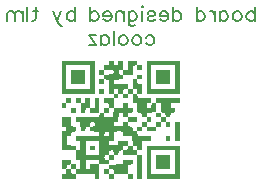
<source format=gbo>
G04 Layer: BottomSilkscreenLayer*
G04 EasyEDA v6.5.9, 2022-07-29 16:18:05*
G04 6a4c66b5a8f34d0fa7dc8df532b4a6e8,9fc4434aafee4760887af2be40c81ba0,10*
G04 Gerber Generator version 0.2*
G04 Scale: 100 percent, Rotated: No, Reflected: No *
G04 Dimensions in millimeters *
G04 leading zeros omitted , absolute positions ,4 integer and 5 decimal *
%FSLAX45Y45*%
%MOMM*%

%ADD10C,0.2032*%

%LPD*%
G36*
X1343761Y3649116D02*
G01*
X1342390Y3630218D01*
X1341272Y3619296D01*
X1338783Y3613556D01*
X1333042Y3611067D01*
X1322120Y3609949D01*
X1303274Y3608578D01*
X1303274Y3569106D01*
X1263243Y3569106D01*
X1263243Y3529126D01*
X1303274Y3529126D01*
X1303274Y3569106D01*
X1350670Y3569055D01*
X1365351Y3568496D01*
X1370736Y3567785D01*
X1375003Y3566769D01*
X1378254Y3565296D01*
X1380591Y3563365D01*
X1382115Y3560876D01*
X1382928Y3557727D01*
X1383182Y3553917D01*
X1383030Y3549345D01*
X1381048Y3531311D01*
X1303274Y3528771D01*
X1303274Y3489604D01*
X1341018Y3486912D01*
X1343507Y3369106D01*
X1382725Y3369106D01*
X1384096Y3388004D01*
X1385163Y3398926D01*
X1387551Y3404514D01*
X1392986Y3406597D01*
X1403248Y3406901D01*
X1413510Y3406597D01*
X1418945Y3404514D01*
X1421333Y3398926D01*
X1422400Y3388004D01*
X1423771Y3369106D01*
X1462735Y3369106D01*
X1464106Y3388004D01*
X1465224Y3398926D01*
X1467713Y3404666D01*
X1473454Y3407156D01*
X1484376Y3408273D01*
X1503222Y3409645D01*
X1503222Y3448862D01*
X1385468Y3451351D01*
X1385468Y3486912D01*
X1463243Y3489451D01*
X1463243Y3528618D01*
X1444345Y3529990D01*
X1433474Y3531057D01*
X1427835Y3533394D01*
X1425752Y3538829D01*
X1425448Y3549091D01*
X1425752Y3559403D01*
X1427835Y3564839D01*
X1433474Y3567176D01*
X1444345Y3568242D01*
X1463243Y3569614D01*
X1463243Y3649116D01*
X1423771Y3649116D01*
X1422400Y3630218D01*
X1421333Y3619296D01*
X1418945Y3613708D01*
X1413510Y3611626D01*
X1403248Y3611321D01*
X1392986Y3611626D01*
X1387551Y3613708D01*
X1385163Y3619296D01*
X1384096Y3630218D01*
X1382725Y3649116D01*
G37*
G36*
X1503578Y3649116D02*
G01*
X1501038Y3571341D01*
X1463243Y3568598D01*
X1463243Y3529126D01*
X1542897Y3529126D01*
X1545488Y3606901D01*
X1583232Y3609644D01*
X1583232Y3649116D01*
G37*
G36*
X1663242Y3649116D02*
G01*
X1663242Y3609086D01*
X1903272Y3609086D01*
X1903272Y3409137D01*
X1703222Y3409137D01*
X1703222Y3609086D01*
X1663242Y3609086D01*
X1663242Y3369106D01*
X1943252Y3369106D01*
X1943252Y3649116D01*
G37*
G36*
X943254Y3649116D02*
G01*
X943254Y3609086D01*
X1183233Y3609086D01*
X1183233Y3409137D01*
X983234Y3409137D01*
X983234Y3609086D01*
X943254Y3609086D01*
X943254Y3369106D01*
X1223264Y3369106D01*
X1223264Y3649116D01*
G37*
G36*
X1583232Y3609086D02*
G01*
X1583232Y3569106D01*
X1623263Y3569106D01*
X1623263Y3609086D01*
G37*
G36*
X1743252Y3569106D02*
G01*
X1743252Y3449116D01*
X1863242Y3449116D01*
X1863242Y3569106D01*
G37*
G36*
X1023264Y3569106D02*
G01*
X1023264Y3449116D01*
X1143254Y3449116D01*
X1143254Y3569106D01*
G37*
G36*
X1583232Y3529126D02*
G01*
X1583232Y3489096D01*
X1623263Y3489096D01*
X1623263Y3529126D01*
G37*
G36*
X1543253Y3489096D02*
G01*
X1543253Y3409137D01*
X1503222Y3409137D01*
X1503222Y3369106D01*
X1543253Y3369106D01*
X1543253Y3409137D01*
X1560271Y3409137D01*
X1567129Y3408883D01*
X1573174Y3408222D01*
X1577797Y3407308D01*
X1580286Y3406140D01*
X1581454Y3403650D01*
X1582369Y3399028D01*
X1583029Y3392982D01*
X1583232Y3386175D01*
X1583232Y3369106D01*
X1623263Y3369106D01*
X1623263Y3448608D01*
X1604365Y3449980D01*
X1593443Y3451047D01*
X1587703Y3453536D01*
X1585214Y3459327D01*
X1584096Y3470249D01*
X1582724Y3489096D01*
G37*
G36*
X1263243Y3489096D02*
G01*
X1263243Y3449116D01*
X1303274Y3449116D01*
X1303274Y3489096D01*
G37*
G36*
X1263243Y3409137D02*
G01*
X1263243Y3369106D01*
X1303274Y3369106D01*
X1303274Y3409137D01*
G37*
G36*
X1383233Y3369106D02*
G01*
X1383233Y3329127D01*
X1303274Y3329127D01*
X1303274Y3289604D01*
X1322120Y3288233D01*
X1333042Y3287166D01*
X1338783Y3284677D01*
X1341272Y3278886D01*
X1342390Y3268014D01*
X1343761Y3249117D01*
X1383233Y3249117D01*
X1383233Y3329127D01*
X1423263Y3329127D01*
X1423263Y3369106D01*
G37*
G36*
X1543253Y3369106D02*
G01*
X1543253Y3289604D01*
X1581048Y3286912D01*
X1583588Y3209594D01*
X1602282Y3208274D01*
X1613103Y3207156D01*
X1618792Y3204667D01*
X1621282Y3198876D01*
X1622399Y3188004D01*
X1623771Y3169107D01*
X1662734Y3169107D01*
X1665478Y3206902D01*
X1743252Y3209442D01*
X1743252Y3289096D01*
X1703730Y3289096D01*
X1703781Y3289655D01*
X1703222Y3289604D01*
X1703222Y3289096D01*
X1703730Y3289096D01*
X1701038Y3251352D01*
X1665478Y3251352D01*
X1665478Y3286912D01*
X1703222Y3289604D01*
X1703222Y3328873D01*
X1585468Y3331311D01*
X1582724Y3369106D01*
G37*
G36*
X1463243Y3369106D02*
G01*
X1463243Y3329127D01*
X1503222Y3329127D01*
X1503222Y3369106D01*
G37*
G36*
X1743252Y3329127D02*
G01*
X1743252Y3289604D01*
X1781048Y3286912D01*
X1783588Y3209594D01*
X1802282Y3208274D01*
X1813102Y3207156D01*
X1818792Y3204667D01*
X1821281Y3198876D01*
X1822399Y3188004D01*
X1823770Y3169107D01*
X1862734Y3169107D01*
X1864106Y3188004D01*
X1865223Y3198926D01*
X1867712Y3204667D01*
X1873453Y3207156D01*
X1884375Y3208274D01*
X1903272Y3209645D01*
X1903272Y3248609D01*
X1884375Y3249980D01*
X1873453Y3251047D01*
X1867865Y3253384D01*
X1865782Y3258820D01*
X1865477Y3269132D01*
X1865477Y3286912D01*
X1943252Y3289452D01*
X1943252Y3329127D01*
G37*
G36*
X1223568Y3329127D02*
G01*
X1221028Y3251352D01*
X1183233Y3248609D01*
X1183233Y3209086D01*
X1263243Y3209086D01*
X1263243Y3329127D01*
G37*
G36*
X1143762Y3329127D02*
G01*
X1142390Y3310229D01*
X1141272Y3299307D01*
X1138783Y3293567D01*
X1133043Y3291078D01*
X1122121Y3289960D01*
X1103223Y3288588D01*
X1103223Y3209086D01*
X1142746Y3209086D01*
X1144117Y3227984D01*
X1145184Y3238906D01*
X1147673Y3244646D01*
X1153464Y3247136D01*
X1164336Y3248253D01*
X1183233Y3249625D01*
X1183233Y3329127D01*
G37*
G36*
X1063244Y3329127D02*
G01*
X1063244Y3289096D01*
X1103223Y3289096D01*
X1103223Y3329127D01*
G37*
G36*
X983234Y3329127D02*
G01*
X983234Y3289096D01*
X943254Y3289096D01*
X943254Y3249117D01*
X983234Y3249117D01*
X983234Y3289096D01*
X1023264Y3289096D01*
X1023264Y3329127D01*
G37*
G36*
X943254Y2809087D02*
G01*
X943254Y2729128D01*
X982726Y2729128D01*
X984097Y2748026D01*
X985215Y2758897D01*
X987704Y2764688D01*
X993444Y2767177D01*
X1004366Y2768244D01*
X1023264Y2769616D01*
X1023264Y2809087D01*
G37*
G36*
X1303274Y3249117D02*
G01*
X1303274Y3209086D01*
X1343253Y3209086D01*
X1343253Y3249117D01*
G37*
G36*
X1023264Y3249117D02*
G01*
X1023264Y3209086D01*
X1063244Y3209086D01*
X1063244Y3249117D01*
G37*
G36*
X1743252Y3209086D02*
G01*
X1743252Y3169107D01*
X1783232Y3169107D01*
X1783232Y3209086D01*
G37*
G36*
X943254Y3169107D02*
G01*
X943254Y3089605D01*
X962152Y3088233D01*
X973023Y3087166D01*
X978662Y3084830D01*
X980744Y3079394D01*
X981049Y3069132D01*
X980744Y3058820D01*
X978662Y3053384D01*
X973023Y3051048D01*
X962152Y3049981D01*
X943254Y3048609D01*
X943254Y2889097D01*
X1063244Y2889097D01*
X1063244Y2928772D01*
X985469Y2931312D01*
X985469Y3006902D01*
X1004112Y3008223D01*
X1014831Y3009341D01*
X1020521Y3011830D01*
X1023010Y3017520D01*
X1025194Y3039008D01*
X1027734Y3044698D01*
X1033475Y3047136D01*
X1044346Y3048254D01*
X1063244Y3049625D01*
X1063244Y3088589D01*
X1025448Y3091332D01*
X1022908Y3169107D01*
G37*
G36*
X1783232Y3169107D02*
G01*
X1783232Y3129127D01*
X1743252Y3129127D01*
X1743252Y3089097D01*
X1663242Y3089097D01*
X1663242Y3129127D01*
X1623263Y3129127D01*
X1623263Y3089097D01*
X1583232Y3089097D01*
X1583232Y3049117D01*
X1582724Y3049117D01*
X1582775Y3048660D01*
X1583232Y3048609D01*
X1583232Y3049117D01*
X1623263Y3049117D01*
X1623263Y3089097D01*
X1663242Y3089097D01*
X1663242Y3049117D01*
X1743252Y3049117D01*
X1743252Y3089097D01*
X1783232Y3089097D01*
X1783232Y3129127D01*
X1823262Y3129127D01*
X1823262Y3089097D01*
X1863242Y3089097D01*
X1863242Y3129127D01*
X1823262Y3129127D01*
X1823262Y3169107D01*
G37*
G36*
X1663242Y3169107D02*
G01*
X1663242Y3129127D01*
X1703222Y3129127D01*
X1703222Y3169107D01*
G37*
G36*
X1503222Y3169107D02*
G01*
X1503222Y3129127D01*
X1583232Y3129127D01*
X1583232Y3169107D01*
G37*
G36*
X1903272Y3129127D02*
G01*
X1903272Y2969107D01*
X1943252Y2969107D01*
X1943252Y3129127D01*
G37*
G36*
X1183233Y3089605D02*
G01*
X1182776Y3089554D01*
X1182725Y3088589D01*
X1183233Y3088640D01*
G37*
G36*
X1823262Y3009138D02*
G01*
X1823262Y2969107D01*
X1863242Y2969107D01*
X1863242Y3009138D01*
G37*
G36*
X1503781Y2929128D02*
G01*
X1501902Y2903982D01*
X1501292Y2899308D01*
X1500327Y2895904D01*
X1498803Y2893517D01*
X1496415Y2891993D01*
X1492961Y2891078D01*
X1488186Y2890469D01*
X1463243Y2888640D01*
X1463243Y2849118D01*
X1583232Y2849118D01*
X1583232Y2649118D01*
X1623263Y2649118D01*
X1623263Y2849118D01*
X1583232Y2849118D01*
X1583232Y2888640D01*
X1558290Y2890469D01*
X1553565Y2891078D01*
X1550111Y2891993D01*
X1547723Y2893517D01*
X1546148Y2895904D01*
X1545183Y2899308D01*
X1544574Y2903982D01*
X1542745Y2929128D01*
G37*
G36*
X1663242Y2929128D02*
G01*
X1663242Y2889097D01*
X1903272Y2889097D01*
X1903272Y2689098D01*
X1703222Y2689098D01*
X1703222Y2889097D01*
X1663242Y2889097D01*
X1663242Y2649118D01*
X1943252Y2649118D01*
X1943252Y2929128D01*
G37*
G36*
X1183233Y2929128D02*
G01*
X1183233Y2889097D01*
X1223264Y2889097D01*
X1223264Y2929128D01*
G37*
G36*
X1463243Y2889605D02*
G01*
X1462786Y2889554D01*
X1462735Y2888589D01*
X1463243Y2888640D01*
G37*
G36*
X1743252Y2849118D02*
G01*
X1743252Y2729128D01*
X1863242Y2729128D01*
X1863242Y2849118D01*
G37*
G36*
X1463751Y2809087D02*
G01*
X1461008Y2771343D01*
X1343253Y2768854D01*
X1343253Y2729128D01*
X1360271Y2729128D01*
X1367129Y2728874D01*
X1373174Y2728264D01*
X1377797Y2727299D01*
X1380286Y2726131D01*
X1381455Y2723642D01*
X1382369Y2719070D01*
X1383030Y2713024D01*
X1383233Y2706166D01*
X1383233Y2689098D01*
X1343253Y2689098D01*
X1343253Y2729128D01*
X1303274Y2729128D01*
X1303274Y2689098D01*
X1343253Y2689098D01*
X1343253Y2649118D01*
X1383233Y2649118D01*
X1383233Y2689098D01*
X1502918Y2689098D01*
X1505458Y2766872D01*
X1543253Y2769616D01*
X1543253Y2809087D01*
G37*
G36*
X983742Y2729128D02*
G01*
X982370Y2710230D01*
X981303Y2699308D01*
X978814Y2693568D01*
X973023Y2691079D01*
X962152Y2689961D01*
X943254Y2688590D01*
X943254Y2649118D01*
X1063244Y2649118D01*
X1063244Y2688590D01*
X1044346Y2689961D01*
X1033475Y2691079D01*
X1027684Y2693568D01*
X1025194Y2699308D01*
X1024128Y2710230D01*
X1022756Y2729128D01*
G37*
G36*
X1503222Y2689098D02*
G01*
X1503222Y2649118D01*
X1543253Y2649118D01*
X1543253Y2689098D01*
G37*
G36*
X1023264Y2769108D02*
G01*
X1023264Y2729128D01*
X1063244Y2729128D01*
X1063244Y2769108D01*
G37*
G36*
X1463751Y3289096D02*
G01*
X1461008Y3251352D01*
X1383588Y3248761D01*
X1381048Y3171342D01*
X1305458Y3171342D01*
X1302715Y3209086D01*
X1263751Y3209086D01*
X1261008Y3171342D01*
X1063244Y3168954D01*
X1063244Y3129635D01*
X1101039Y3126892D01*
X1103579Y3049117D01*
X1142746Y3049117D01*
X1144117Y3068015D01*
X1145184Y3078886D01*
X1147673Y3084677D01*
X1153464Y3087166D01*
X1164336Y3088233D01*
X1182776Y3089554D01*
X1184097Y3107740D01*
X1185214Y3118612D01*
X1187551Y3124504D01*
X1192682Y3127095D01*
X1202182Y3128264D01*
X1208481Y3128518D01*
X1213510Y3128060D01*
X1217371Y3126740D01*
X1220165Y3124504D01*
X1221994Y3121253D01*
X1222908Y3116783D01*
X1223060Y3111042D01*
X1222451Y3103930D01*
X1221130Y3097123D01*
X1218184Y3093161D01*
X1212240Y3091078D01*
X1201877Y3089960D01*
X1183233Y3088640D01*
X1183233Y3049473D01*
X1261008Y3046882D01*
X1261008Y3011322D01*
X1305458Y3011322D01*
X1305458Y3029102D01*
X1305814Y3039211D01*
X1307693Y3044698D01*
X1312672Y3047136D01*
X1322171Y3048254D01*
X1328470Y3048508D01*
X1333500Y3048050D01*
X1337360Y3046780D01*
X1340154Y3044494D01*
X1341983Y3041243D01*
X1342898Y3036773D01*
X1343050Y3031032D01*
X1342491Y3023920D01*
X1341170Y3017113D01*
X1338427Y3013303D01*
X1332890Y3011678D01*
X1323238Y3011322D01*
X1261008Y3011322D01*
X1063244Y3008934D01*
X1063244Y2969615D01*
X1101039Y2966872D01*
X1101039Y2891332D01*
X1063244Y2888589D01*
X1063244Y2851353D01*
X1145489Y2851353D01*
X1145489Y2966872D01*
X1217371Y2968396D01*
X1239875Y2968294D01*
X1247648Y2967888D01*
X1253439Y2967228D01*
X1257503Y2966262D01*
X1260043Y2964992D01*
X1261262Y2963418D01*
X1261719Y2961132D01*
X1262329Y2951022D01*
X1262583Y2935071D01*
X1262481Y2915208D01*
X1261008Y2851353D01*
X1063244Y2851353D01*
X1063244Y2809646D01*
X1101039Y2806903D01*
X1101039Y2731312D01*
X1145489Y2731312D01*
X1145489Y2806903D01*
X1212545Y2808325D01*
X1232966Y2808274D01*
X1248867Y2807766D01*
X1254556Y2807360D01*
X1258417Y2806852D01*
X1260144Y2806293D01*
X1261364Y2803753D01*
X1262329Y2799080D01*
X1262989Y2793034D01*
X1263243Y2786126D01*
X1263243Y2769108D01*
X1183741Y2769108D01*
X1182370Y2750210D01*
X1181303Y2739339D01*
X1178966Y2733700D01*
X1173530Y2731617D01*
X1163269Y2731312D01*
X1101039Y2731312D01*
X1063244Y2728620D01*
X1063244Y2689301D01*
X1221028Y2686913D01*
X1223772Y2649118D01*
X1263243Y2649118D01*
X1263243Y2769108D01*
X1343253Y2769108D01*
X1343253Y2808579D01*
X1324356Y2809951D01*
X1313434Y2811018D01*
X1307846Y2813405D01*
X1305763Y2818841D01*
X1305458Y2829102D01*
X1305763Y2839364D01*
X1307846Y2844800D01*
X1313383Y2847187D01*
X1334820Y2849321D01*
X1340561Y2851810D01*
X1342999Y2857500D01*
X1345234Y2878734D01*
X1347520Y2884424D01*
X1352346Y2887065D01*
X1361186Y2888234D01*
X1367739Y2888589D01*
X1372920Y2888437D01*
X1376781Y2887573D01*
X1379575Y2885744D01*
X1381455Y2882900D01*
X1382572Y2878785D01*
X1383080Y2873248D01*
X1383233Y2849118D01*
X1343253Y2849118D01*
X1343253Y2809087D01*
X1383233Y2809087D01*
X1383233Y2849118D01*
X1422755Y2849118D01*
X1424127Y2868015D01*
X1425194Y2878886D01*
X1427683Y2884678D01*
X1433474Y2887167D01*
X1444345Y2888234D01*
X1462786Y2889554D01*
X1464564Y2914040D01*
X1465173Y2918815D01*
X1466138Y2922270D01*
X1467662Y2924657D01*
X1470050Y2926181D01*
X1473454Y2927146D01*
X1478127Y2927756D01*
X1503222Y2929636D01*
X1503222Y2969107D01*
X1423771Y2969107D01*
X1421028Y2931312D01*
X1345488Y2931312D01*
X1345488Y2949092D01*
X1345793Y2959404D01*
X1347825Y2964840D01*
X1353413Y2967177D01*
X1364183Y2968244D01*
X1382928Y2969615D01*
X1385468Y3046882D01*
X1428496Y3048355D01*
X1441704Y3048355D01*
X1452270Y3047847D01*
X1456080Y3047441D01*
X1458772Y3046933D01*
X1460144Y3046323D01*
X1461312Y3043783D01*
X1462328Y3039160D01*
X1462989Y3033115D01*
X1463243Y3026308D01*
X1463243Y3009442D01*
X1541018Y3006902D01*
X1543608Y2929585D01*
X1562303Y2928264D01*
X1573123Y2927146D01*
X1578813Y2924657D01*
X1581302Y2918815D01*
X1582420Y2907741D01*
X1583740Y2889097D01*
X1583232Y2889097D01*
X1583232Y2888640D01*
X1583791Y2888589D01*
X1583740Y2889097D01*
X1622907Y2889097D01*
X1625447Y2966872D01*
X1703222Y2969463D01*
X1703222Y3008833D01*
X1585468Y3011322D01*
X1582775Y3048660D01*
X1564335Y3049981D01*
X1553464Y3051048D01*
X1547723Y3053537D01*
X1545234Y3059226D01*
X1542999Y3080715D01*
X1540560Y3086404D01*
X1534820Y3088894D01*
X1513382Y3091078D01*
X1507693Y3093567D01*
X1505204Y3099358D01*
X1504086Y3110230D01*
X1502714Y3129127D01*
X1463751Y3129127D01*
X1461008Y3091332D01*
X1385468Y3091332D01*
X1385468Y3109112D01*
X1385773Y3119374D01*
X1387856Y3124809D01*
X1393393Y3127197D01*
X1404213Y3128264D01*
X1422908Y3129584D01*
X1425448Y3206902D01*
X1443228Y3206902D01*
X1453540Y3206597D01*
X1458976Y3204514D01*
X1461312Y3198926D01*
X1462379Y3188004D01*
X1463751Y3169107D01*
X1502714Y3169107D01*
X1504086Y3188004D01*
X1505204Y3198926D01*
X1507693Y3204667D01*
X1513433Y3207156D01*
X1524355Y3208274D01*
X1543253Y3209645D01*
X1543253Y3248609D01*
X1524355Y3249980D01*
X1513433Y3251047D01*
X1507693Y3253536D01*
X1505204Y3259328D01*
X1504086Y3270199D01*
X1502714Y3289096D01*
G37*
D10*
X2578100Y4106280D02*
G01*
X2578100Y3982191D01*
X2578100Y4047190D02*
G01*
X2566281Y4059008D01*
X2554462Y4064916D01*
X2536736Y4064916D01*
X2524917Y4059008D01*
X2513100Y4047190D01*
X2507190Y4029463D01*
X2507190Y4017645D01*
X2513100Y3999918D01*
X2524917Y3988099D01*
X2536736Y3982191D01*
X2554462Y3982191D01*
X2566281Y3988099D01*
X2578100Y3999918D01*
X2438646Y4064916D02*
G01*
X2450465Y4059008D01*
X2462281Y4047190D01*
X2468191Y4029463D01*
X2468191Y4017645D01*
X2462281Y3999918D01*
X2450465Y3988099D01*
X2438646Y3982191D01*
X2420919Y3982191D01*
X2409100Y3988099D01*
X2397282Y3999918D01*
X2391371Y4017645D01*
X2391371Y4029463D01*
X2397282Y4047190D01*
X2409100Y4059008D01*
X2420919Y4064916D01*
X2438646Y4064916D01*
X2281463Y4064916D02*
G01*
X2281463Y3982191D01*
X2281463Y4047190D02*
G01*
X2293282Y4059008D01*
X2305100Y4064916D01*
X2322827Y4064916D01*
X2334646Y4059008D01*
X2346464Y4047190D01*
X2352372Y4029463D01*
X2352372Y4017645D01*
X2346464Y3999918D01*
X2334646Y3988099D01*
X2322827Y3982191D01*
X2305100Y3982191D01*
X2293282Y3988099D01*
X2281463Y3999918D01*
X2242464Y4064916D02*
G01*
X2242464Y3982191D01*
X2242464Y4029463D02*
G01*
X2236556Y4047190D01*
X2224737Y4059008D01*
X2212919Y4064916D01*
X2195192Y4064916D01*
X2085281Y4106280D02*
G01*
X2085281Y3982191D01*
X2085281Y4047190D02*
G01*
X2097100Y4059008D01*
X2108918Y4064916D01*
X2126645Y4064916D01*
X2138464Y4059008D01*
X2150282Y4047190D01*
X2156190Y4029463D01*
X2156190Y4017645D01*
X2150282Y3999918D01*
X2138464Y3988099D01*
X2126645Y3982191D01*
X2108918Y3982191D01*
X2097100Y3988099D01*
X2085281Y3999918D01*
X1884375Y4106280D02*
G01*
X1884375Y3982191D01*
X1884375Y4047190D02*
G01*
X1896191Y4059008D01*
X1908009Y4064916D01*
X1925736Y4064916D01*
X1937555Y4059008D01*
X1949373Y4047190D01*
X1955281Y4029463D01*
X1955281Y4017645D01*
X1949373Y3999918D01*
X1937555Y3988099D01*
X1925736Y3982191D01*
X1908009Y3982191D01*
X1896191Y3988099D01*
X1884375Y3999918D01*
X1845373Y4029463D02*
G01*
X1774464Y4029463D01*
X1774464Y4041282D01*
X1780374Y4053099D01*
X1786282Y4059008D01*
X1798101Y4064916D01*
X1815828Y4064916D01*
X1827646Y4059008D01*
X1839465Y4047190D01*
X1845373Y4029463D01*
X1845373Y4017645D01*
X1839465Y3999918D01*
X1827646Y3988099D01*
X1815828Y3982191D01*
X1798101Y3982191D01*
X1786282Y3988099D01*
X1774464Y3999918D01*
X1670466Y4047190D02*
G01*
X1676374Y4059008D01*
X1694101Y4064916D01*
X1711827Y4064916D01*
X1729557Y4059008D01*
X1735465Y4047190D01*
X1729557Y4035371D01*
X1717738Y4029463D01*
X1688193Y4023555D01*
X1676374Y4017645D01*
X1670466Y4005826D01*
X1670466Y3999918D01*
X1676374Y3988099D01*
X1694101Y3982191D01*
X1711827Y3982191D01*
X1729557Y3988099D01*
X1735465Y3999918D01*
X1631464Y4106280D02*
G01*
X1625556Y4100372D01*
X1619646Y4106280D01*
X1625556Y4112191D01*
X1631464Y4106280D01*
X1625556Y4064916D02*
G01*
X1625556Y3982191D01*
X1509737Y4064916D02*
G01*
X1509737Y3970373D01*
X1515648Y3952646D01*
X1521556Y3946735D01*
X1533375Y3940827D01*
X1551101Y3940827D01*
X1562920Y3946735D01*
X1509737Y4047190D02*
G01*
X1521556Y4059008D01*
X1533375Y4064916D01*
X1551101Y4064916D01*
X1562920Y4059008D01*
X1574739Y4047190D01*
X1580647Y4029463D01*
X1580647Y4017645D01*
X1574739Y3999918D01*
X1562920Y3988099D01*
X1551101Y3982191D01*
X1533375Y3982191D01*
X1521556Y3988099D01*
X1509737Y3999918D01*
X1470738Y4064916D02*
G01*
X1470738Y3982191D01*
X1470738Y4041282D02*
G01*
X1453012Y4059008D01*
X1441193Y4064916D01*
X1423466Y4064916D01*
X1411648Y4059008D01*
X1405737Y4041282D01*
X1405737Y3982191D01*
X1366738Y4029463D02*
G01*
X1295829Y4029463D01*
X1295829Y4041282D01*
X1301739Y4053099D01*
X1307647Y4059008D01*
X1319466Y4064916D01*
X1337193Y4064916D01*
X1349011Y4059008D01*
X1360830Y4047190D01*
X1366738Y4029463D01*
X1366738Y4017645D01*
X1360830Y3999918D01*
X1349011Y3988099D01*
X1337193Y3982191D01*
X1319466Y3982191D01*
X1307647Y3988099D01*
X1295829Y3999918D01*
X1185920Y4106280D02*
G01*
X1185920Y3982191D01*
X1185920Y4047190D02*
G01*
X1197739Y4059008D01*
X1209558Y4064916D01*
X1227284Y4064916D01*
X1239103Y4059008D01*
X1250922Y4047190D01*
X1256830Y4029463D01*
X1256830Y4017645D01*
X1250922Y3999918D01*
X1239103Y3988099D01*
X1227284Y3982191D01*
X1209558Y3982191D01*
X1197739Y3988099D01*
X1185920Y3999918D01*
X1055921Y4106280D02*
G01*
X1055921Y3982191D01*
X1055921Y4047190D02*
G01*
X1044102Y4059008D01*
X1032283Y4064916D01*
X1014557Y4064916D01*
X1002738Y4059008D01*
X990922Y4047190D01*
X985012Y4029463D01*
X985012Y4017645D01*
X990922Y3999918D01*
X1002738Y3988099D01*
X1014557Y3982191D01*
X1032283Y3982191D01*
X1044102Y3988099D01*
X1055921Y3999918D01*
X940102Y4064916D02*
G01*
X904648Y3982191D01*
X869193Y4064916D02*
G01*
X904648Y3982191D01*
X916467Y3958554D01*
X928286Y3946735D01*
X940102Y3940827D01*
X946012Y3940827D01*
X721466Y4106280D02*
G01*
X721466Y4005826D01*
X715558Y3988099D01*
X703740Y3982191D01*
X691921Y3982191D01*
X739193Y4064916D02*
G01*
X697831Y4064916D01*
X652922Y4106280D02*
G01*
X652922Y3982191D01*
X613923Y4064916D02*
G01*
X613923Y3982191D01*
X613923Y4041282D02*
G01*
X596193Y4059008D01*
X584377Y4064916D01*
X566648Y4064916D01*
X554832Y4059008D01*
X548921Y4041282D01*
X548921Y3982191D01*
X548921Y4041282D02*
G01*
X531195Y4059008D01*
X519376Y4064916D01*
X501650Y4064916D01*
X489831Y4059008D01*
X483923Y4041282D01*
X483923Y3982191D01*
X1656290Y3843990D02*
G01*
X1668109Y3855808D01*
X1679928Y3861716D01*
X1697654Y3861716D01*
X1709473Y3855808D01*
X1721291Y3843990D01*
X1727200Y3826263D01*
X1727200Y3814445D01*
X1721291Y3796718D01*
X1709473Y3784899D01*
X1697654Y3778991D01*
X1679928Y3778991D01*
X1668109Y3784899D01*
X1656290Y3796718D01*
X1587746Y3861716D02*
G01*
X1599564Y3855808D01*
X1611381Y3843990D01*
X1617291Y3826263D01*
X1617291Y3814445D01*
X1611381Y3796718D01*
X1599564Y3784899D01*
X1587746Y3778991D01*
X1570019Y3778991D01*
X1558201Y3784899D01*
X1546382Y3796718D01*
X1540471Y3814445D01*
X1540471Y3826263D01*
X1546382Y3843990D01*
X1558201Y3855808D01*
X1570019Y3861716D01*
X1587746Y3861716D01*
X1471927Y3861716D02*
G01*
X1483746Y3855808D01*
X1495564Y3843990D01*
X1501472Y3826263D01*
X1501472Y3814445D01*
X1495564Y3796718D01*
X1483746Y3784899D01*
X1471927Y3778991D01*
X1454200Y3778991D01*
X1442382Y3784899D01*
X1430563Y3796718D01*
X1424655Y3814445D01*
X1424655Y3826263D01*
X1430563Y3843990D01*
X1442382Y3855808D01*
X1454200Y3861716D01*
X1471927Y3861716D01*
X1385656Y3903080D02*
G01*
X1385656Y3778991D01*
X1275745Y3861716D02*
G01*
X1275745Y3778991D01*
X1275745Y3843990D02*
G01*
X1287564Y3855808D01*
X1299382Y3861716D01*
X1317109Y3861716D01*
X1328928Y3855808D01*
X1340746Y3843990D01*
X1346654Y3826263D01*
X1346654Y3814445D01*
X1340746Y3796718D01*
X1328928Y3784899D01*
X1317109Y3778991D01*
X1299382Y3778991D01*
X1287564Y3784899D01*
X1275745Y3796718D01*
X1171747Y3861716D02*
G01*
X1236746Y3778991D01*
X1236746Y3861716D02*
G01*
X1171747Y3861716D01*
X1236746Y3778991D02*
G01*
X1171747Y3778991D01*
M02*

</source>
